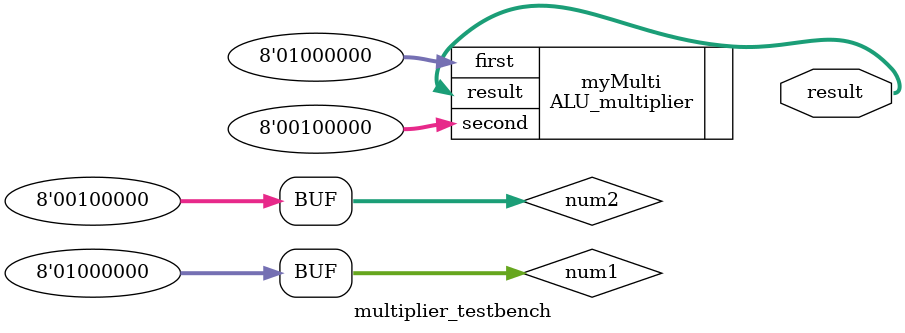
<source format=sv>
`timescale 1 ns/1 ns

module multiplier_testbench(result);
	reg [7:0] num1;
	reg [7:0] num2;
	output [15:0] result;
	
	ALU_multiplier myMulti(.first(num1), .second(num2), .result(result));
	
	initial begin
		num1 = 8'b10000000;
		num2 = 8'b00000001;
		// should be 0000 0000 1000 0000
		#50;
		num1 = 8'b01000000;
		num2 = 8'b10000000;
		// should be 0010 0000 0000 0000
		#50;
		num1 = 8'b10000000;
		num2 = 8'b10000000;
		// should be 0100 0000 0000 0000
		#50;
		num1 = 8'b01000000;
		num2 = 8'b00100000;
		// should be 0000 1000 0000 0000
		#50;
	end

endmodule 
</source>
